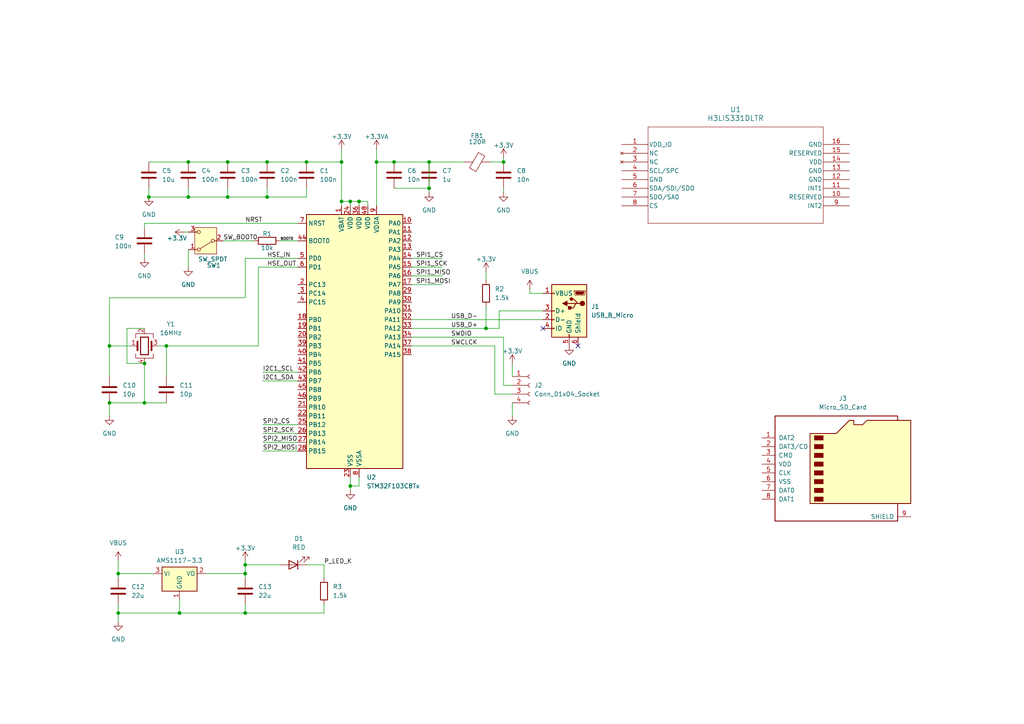
<source format=kicad_sch>
(kicad_sch (version 20231120) (generator "eeschema") (generator_version "8.0")
  (paper "A4")
  (lib_symbols
    (symbol "2024-11-27_00-46-16:H3LIS331DLTR" (pin_names (offset 0.254))
      (property "Reference" "U" (at 33.02 10.16 0))
      (property "Value" "H3LIS331DLTR" (at 33.02 7.62 0))
      (symbol "H3LIS331DLTR_0_1"
        (polyline (pts (xy 7.62 -22.86) (xy 58.42 -22.86)) (stroke (width 0.127)))
        (polyline (pts (xy 7.62 5.08) (xy 7.62 -22.86)) (stroke (width 0.127)))
        (polyline (pts (xy 58.42 -22.86) (xy 58.42 5.08)) (stroke (width 0.127)))
        (polyline (pts (xy 58.42 5.08) (xy 7.62 5.08)) (stroke (width 0.127)))
        (pin power_in line (at 0 0 0) (length 7.62) (name "VDD_IO") (number "1"))
        (pin power_out line (at 66.04 -15.24 180) (length 7.62) (name "RESERVED") (number "10"))
        (pin output line (at 66.04 -12.7 180) (length 7.62) (name "INT1") (number "11"))
        (pin power_out line (at 66.04 -10.16 180) (length 7.62) (name "GND") (number "12"))
        (pin power_out line (at 66.04 -7.62 180) (length 7.62) (name "GND") (number "13"))
        (pin power_in line (at 66.04 -5.08 180) (length 7.62) (name "VDD") (number "14"))
        (pin power_out line (at 66.04 -2.54 180) (length 7.62) (name "RESERVED") (number "15"))
        (pin power_out line (at 66.04 0 180) (length 7.62) (name "GND") (number "16"))
        (pin no_connect line (at 0 -2.54 0) (length 7.62) (name "NC") (number "2"))
        (pin no_connect line (at 0 -5.08 0) (length 7.62) (name "NC") (number "3"))
        (pin bidirectional line (at 0 -7.62 0) (length 7.62) (name "SCL/SPC") (number "4"))
        (pin power_out line (at 0 -10.16 0) (length 7.62) (name "GND") (number "5"))
        (pin bidirectional line (at 0 -12.7 0) (length 7.62) (name "SDA/SDI/SDO") (number "6"))
        (pin bidirectional line (at 0 -15.24 0) (length 7.62) (name "SDO/SA0") (number "7"))
        (pin input line (at 0 -17.78 0) (length 7.62) (name "CS") (number "8"))
        (pin output line (at 66.04 -17.78 180) (length 7.62) (name "INT2") (number "9"))
      )
    )
    (symbol "Connector:Conn_01x04_Socket" (pin_names (offset 1.016) hide)
      (property "Reference" "J" (at 0 5.08 0))
      (property "Value" "Conn_01x04_Socket" (at 0 -7.62 0))
      (symbol "Conn_01x04_Socket_1_1"
        (arc (start 0 -4.572) (mid -0.5058 -5.08) (end 0 -5.588) (stroke (width 0.1524)))
        (arc (start 0 -2.032) (mid -0.5058 -2.54) (end 0 -3.048) (stroke (width 0.1524)))
        (polyline (pts (xy -1.27 -5.08) (xy -0.508 -5.08)) (stroke (width 0.1524)))
        (polyline (pts (xy -1.27 -2.54) (xy -0.508 -2.54)) (stroke (width 0.1524)))
        (polyline (pts (xy -1.27 0) (xy -0.508 0)) (stroke (width 0.1524)))
        (polyline (pts (xy -1.27 2.54) (xy -0.508 2.54)) (stroke (width 0.1524)))
        (arc (start 0 0.508) (mid -0.5058 0) (end 0 -0.508) (stroke (width 0.1524)))
        (arc (start 0 3.048) (mid -0.5058 2.54) (end 0 2.032) (stroke (width 0.1524)))
        (pin passive line (at -5.08 2.54 0) (length 3.81) (name "Pin_1") (number "1"))
        (pin passive line (at -5.08 0 0) (length 3.81) (name "Pin_2") (number "2"))
        (pin passive line (at -5.08 -2.54 0) (length 3.81) (name "Pin_3") (number "3"))
        (pin passive line (at -5.08 -5.08 0) (length 3.81) (name "Pin_4") (number "4"))
      )
    )
    (symbol "Connector:Micro_SD_Card" (pin_names (offset 1.016))
      (property "Reference" "J" (at -16.51 15.24 0))
      (property "Value" "Micro_SD_Card" (at 16.51 15.24 0))
      (symbol "Micro_SD_Card_0_1"
        (rectangle (start -7.62 -9.525) (end -5.08 -10.795) (fill (type outline)))
        (rectangle (start -7.62 -6.985) (end -5.08 -8.255) (fill (type outline)))
        (rectangle (start -7.62 -4.445) (end -5.08 -5.715) (fill (type outline)))
        (rectangle (start -7.62 -1.905) (end -5.08 -3.175) (fill (type outline)))
        (rectangle (start -7.62 0.635) (end -5.08 -0.635) (fill (type outline)))
        (rectangle (start -7.62 3.175) (end -5.08 1.905) (fill (type outline)))
        (rectangle (start -7.62 5.715) (end -5.08 4.445) (fill (type outline)))
        (rectangle (start -7.62 8.255) (end -5.08 6.985) (fill (type outline)))
        (polyline (pts (xy 16.51 12.7) (xy 16.51 13.97) (xy -19.05 13.97) (xy -19.05 -16.51) (xy 16.51 -16.51) (xy 16.51 -11.43)) (stroke (width 0.254)))
        (polyline (pts (xy -8.89 -11.43) (xy -8.89 8.89) (xy -1.27 8.89) (xy 2.54 12.7) (xy 3.81 12.7) (xy 3.81 11.43) (xy 6.35 11.43) (xy 7.62 12.7) (xy 20.32 12.7) (xy 20.32 -11.43) (xy -8.89 -11.43)) (stroke (width 0.254)) (fill (type background)))
      )
      (symbol "Micro_SD_Card_1_1"
        (pin bidirectional line (at -22.86 7.62 0) (length 3.81) (name "DAT2") (number "1"))
        (pin bidirectional line (at -22.86 5.08 0) (length 3.81) (name "DAT3/CD") (number "2"))
        (pin input line (at -22.86 2.54 0) (length 3.81) (name "CMD") (number "3"))
        (pin power_in line (at -22.86 0 0) (length 3.81) (name "VDD") (number "4"))
        (pin input line (at -22.86 -2.54 0) (length 3.81) (name "CLK") (number "5"))
        (pin power_in line (at -22.86 -5.08 0) (length 3.81) (name "VSS") (number "6"))
        (pin bidirectional line (at -22.86 -7.62 0) (length 3.81) (name "DAT0") (number "7"))
        (pin bidirectional line (at -22.86 -10.16 0) (length 3.81) (name "DAT1") (number "8"))
        (pin passive line (at 20.32 -15.24 180) (length 3.81) (name "SHIELD") (number "9"))
      )
    )
    (symbol "Connector:USB_B_Micro" (pin_names (offset 1.016))
      (property "Reference" "J" (at -5.08 11.43 0))
      (property "Value" "USB_B_Micro" (at -5.08 8.89 0))
      (symbol "USB_B_Micro_0_1"
        (rectangle (start -5.08 -7.62) (end 5.08 7.62) (stroke (width 0.254)) (fill (type background)))
        (circle (center -3.81 2.159) (radius 0.635) (stroke (width 0.254)) (fill (type outline)))
        (circle (center -0.635 3.429) (radius 0.381) (stroke (width 0.254)) (fill (type outline)))
        (rectangle (start -0.127 -7.62) (end 0.127 -6.858))
        (polyline (pts (xy -1.905 2.159) (xy 0.635 2.159)) (stroke (width 0.254)))
        (polyline (pts (xy -3.175 2.159) (xy -2.54 2.159) (xy -1.27 3.429) (xy -0.635 3.429)) (stroke (width 0.254)))
        (polyline (pts (xy -2.54 2.159) (xy -1.905 2.159) (xy -1.27 0.889) (xy 0 0.889)) (stroke (width 0.254)))
        (polyline (pts (xy 0.635 2.794) (xy 0.635 1.524) (xy 1.905 2.159) (xy 0.635 2.794)) (stroke (width 0.254)) (fill (type outline)))
        (polyline (pts (xy -4.318 5.588) (xy -1.778 5.588) (xy -2.032 4.826) (xy -4.064 4.826) (xy -4.318 5.588)) (fill (type outline)))
        (polyline (pts (xy -4.699 5.842) (xy -4.699 5.588) (xy -4.445 4.826) (xy -4.445 4.572) (xy -1.651 4.572) (xy -1.651 4.826) (xy -1.397 5.588) (xy -1.397 5.842) (xy -4.699 5.842)))
        (rectangle (start 0.254 1.27) (end -0.508 0.508) (stroke (width 0.254)) (fill (type outline)))
        (rectangle (start 5.08 -5.207) (end 4.318 -4.953))
        (rectangle (start 5.08 -2.667) (end 4.318 -2.413))
        (rectangle (start 5.08 -0.127) (end 4.318 0.127))
        (rectangle (start 5.08 4.953) (end 4.318 5.207))
      )
      (symbol "USB_B_Micro_1_1"
        (pin power_out line (at 7.62 5.08 180) (length 2.54) (name "VBUS") (number "1"))
        (pin bidirectional line (at 7.62 -2.54 180) (length 2.54) (name "D-") (number "2"))
        (pin bidirectional line (at 7.62 0 180) (length 2.54) (name "D+") (number "3"))
        (pin passive line (at 7.62 -5.08 180) (length 2.54) (name "ID") (number "4"))
        (pin power_out line (at 0 -10.16 90) (length 2.54) (name "GND") (number "5"))
        (pin passive line (at -2.54 -10.16 90) (length 2.54) (name "Shield") (number "6"))
      )
    )
    (symbol "Device:C" (pin_numbers hide) (pin_names (offset 0.254))
      (property "Reference" "C" (at 0.635 2.54 0))
      (property "Value" "C" (at 0.635 -2.54 0))
      (symbol "C_0_1"
        (polyline (pts (xy -2.032 -0.762) (xy 2.032 -0.762)) (stroke (width 0.508)))
        (polyline (pts (xy -2.032 0.762) (xy 2.032 0.762)) (stroke (width 0.508)))
      )
      (symbol "C_1_1"
        (pin passive line (at 0 3.81 270) (length 2.794) (name "~") (number "1"))
        (pin passive line (at 0 -3.81 90) (length 2.794) (name "~") (number "2"))
      )
    )
    (symbol "Device:Crystal_GND24" (pin_names (offset 1.016) hide)
      (property "Reference" "Y" (at 3.175 5.08 0))
      (property "Value" "Crystal_GND24" (at 3.175 3.175 0))
      (symbol "Crystal_GND24_0_1"
        (rectangle (start -1.143 2.54) (end 1.143 -2.54) (stroke (width 0.3048)))
        (polyline (pts (xy -2.54 0) (xy -2.032 0)))
        (polyline (pts (xy -2.032 -1.27) (xy -2.032 1.27)) (stroke (width 0.508)))
        (polyline (pts (xy 0 -3.81) (xy 0 -3.556)))
        (polyline (pts (xy 0 3.556) (xy 0 3.81)))
        (polyline (pts (xy 2.032 -1.27) (xy 2.032 1.27)) (stroke (width 0.508)))
        (polyline (pts (xy 2.032 0) (xy 2.54 0)))
        (polyline (pts (xy -2.54 -2.286) (xy -2.54 -3.556) (xy 2.54 -3.556) (xy 2.54 -2.286)))
        (polyline (pts (xy -2.54 2.286) (xy -2.54 3.556) (xy 2.54 3.556) (xy 2.54 2.286)))
      )
      (symbol "Crystal_GND24_1_1"
        (pin passive line (at -3.81 0 0) (length 1.27) (name "1") (number "1"))
        (pin passive line (at 0 5.08 270) (length 1.27) (name "2") (number "2"))
        (pin passive line (at 3.81 0 180) (length 1.27) (name "3") (number "3"))
        (pin passive line (at 0 -5.08 90) (length 1.27) (name "4") (number "4"))
      )
    )
    (symbol "Device:FerriteBead" (pin_numbers hide) (pin_names (offset 0))
      (property "Reference" "FB" (at -3.81 0.635 90))
      (property "Value" "FerriteBead" (at 3.81 0 90))
      (symbol "FerriteBead_0_1"
        (polyline (pts (xy 0 -1.27) (xy 0 -1.2192)))
        (polyline (pts (xy 0 1.27) (xy 0 1.2954)))
        (polyline (pts (xy -2.7686 0.4064) (xy -1.7018 2.2606) (xy 2.7686 -0.3048) (xy 1.6764 -2.159) (xy -2.7686 0.4064)))
      )
      (symbol "FerriteBead_1_1"
        (pin passive line (at 0 3.81 270) (length 2.54) (name "~") (number "1"))
        (pin passive line (at 0 -3.81 90) (length 2.54) (name "~") (number "2"))
      )
    )
    (symbol "Device:LED" (pin_numbers hide) (pin_names (offset 1.016) hide)
      (property "Reference" "D" (at 0 2.54 0))
      (property "Value" "LED" (at 0 -2.54 0))
      (symbol "LED_0_1"
        (polyline (pts (xy -1.27 -1.27) (xy -1.27 1.27)) (stroke (width 0.254)))
        (polyline (pts (xy -1.27 0) (xy 1.27 0)))
        (polyline (pts (xy 1.27 -1.27) (xy 1.27 1.27) (xy -1.27 0) (xy 1.27 -1.27)) (stroke (width 0.254)))
        (polyline (pts (xy -3.048 -0.762) (xy -4.572 -2.286) (xy -3.81 -2.286) (xy -4.572 -2.286) (xy -4.572 -1.524)))
        (polyline (pts (xy -1.778 -0.762) (xy -3.302 -2.286) (xy -2.54 -2.286) (xy -3.302 -2.286) (xy -3.302 -1.524)))
      )
      (symbol "LED_1_1"
        (pin passive line (at -3.81 0 0) (length 2.54) (name "K") (number "1"))
        (pin passive line (at 3.81 0 180) (length 2.54) (name "A") (number "2"))
      )
    )
    (symbol "Device:R" (pin_numbers hide) (pin_names (offset 0))
      (property "Reference" "R" (at 2.032 0 90))
      (property "Value" "R" (at 0 0 90))
      (symbol "R_0_1"
        (rectangle (start -1.016 -2.54) (end 1.016 2.54) (stroke (width 0.254)))
      )
      (symbol "R_1_1"
        (pin passive line (at 0 3.81 270) (length 1.27) (name "~") (number "1"))
        (pin passive line (at 0 -3.81 90) (length 1.27) (name "~") (number "2"))
      )
    )
    (symbol "MCU_ST_STM32F1:STM32F103C8Tx"
      (property "Reference" "U" (at -12.7 39.37 0))
      (property "Value" "STM32F103C8Tx" (at 10.16 39.37 0))
      (symbol "STM32F103C8Tx_0_1"
        (rectangle (start -12.7 -35.56) (end 15.24 38.1) (stroke (width 0.254)) (fill (type background)))
      )
      (symbol "STM32F103C8Tx_1_1"
        (pin power_in line (at -2.54 40.64 270) (length 2.54) (name "VBAT") (number "1"))
        (pin bidirectional line (at 17.78 35.56 180) (length 2.54) (name "PA0") (number "10"))
        (pin bidirectional line (at 17.78 33.02 180) (length 2.54) (name "PA1") (number "11"))
        (pin bidirectional line (at 17.78 30.48 180) (length 2.54) (name "PA2") (number "12"))
        (pin bidirectional line (at 17.78 27.94 180) (length 2.54) (name "PA3") (number "13"))
        (pin bidirectional line (at 17.78 25.4 180) (length 2.54) (name "PA4") (number "14"))
        (pin bidirectional line (at 17.78 22.86 180) (length 2.54) (name "PA5") (number "15"))
        (pin bidirectional line (at 17.78 20.32 180) (length 2.54) (name "PA6") (number "16"))
        (pin bidirectional line (at 17.78 17.78 180) (length 2.54) (name "PA7") (number "17"))
        (pin bidirectional line (at -15.24 7.62 0) (length 2.54) (name "PB0") (number "18"))
        (pin bidirectional line (at -15.24 5.08 0) (length 2.54) (name "PB1") (number "19"))
        (pin bidirectional line (at -15.24 17.78 0) (length 2.54) (name "PC13") (number "2"))
        (pin bidirectional line (at -15.24 2.54 0) (length 2.54) (name "PB2") (number "20"))
        (pin bidirectional line (at -15.24 -17.78 0) (length 2.54) (name "PB10") (number "21"))
        (pin bidirectional line (at -15.24 -20.32 0) (length 2.54) (name "PB11") (number "22"))
        (pin power_in line (at 0 -38.1 90) (length 2.54) (name "VSS") (number "23"))
        (pin power_in line (at 0 40.64 270) (length 2.54) (name "VDD") (number "24"))
        (pin bidirectional line (at -15.24 -22.86 0) (length 2.54) (name "PB12") (number "25"))
        (pin bidirectional line (at -15.24 -25.4 0) (length 2.54) (name "PB13") (number "26"))
        (pin bidirectional line (at -15.24 -27.94 0) (length 2.54) (name "PB14") (number "27"))
        (pin bidirectional line (at -15.24 -30.48 0) (length 2.54) (name "PB15") (number "28"))
        (pin bidirectional line (at 17.78 15.24 180) (length 2.54) (name "PA8") (number "29"))
        (pin bidirectional line (at -15.24 15.24 0) (length 2.54) (name "PC14") (number "3"))
        (pin bidirectional line (at 17.78 12.7 180) (length 2.54) (name "PA9") (number "30"))
        (pin bidirectional line (at 17.78 10.16 180) (length 2.54) (name "PA10") (number "31"))
        (pin bidirectional line (at 17.78 7.62 180) (length 2.54) (name "PA11") (number "32"))
        (pin bidirectional line (at 17.78 5.08 180) (length 2.54) (name "PA12") (number "33"))
        (pin bidirectional line (at 17.78 2.54 180) (length 2.54) (name "PA13") (number "34"))
        (pin passive line (at 0 -38.1 90) (length 2.54) hide (name "VSS") (number "35"))
        (pin power_in line (at 2.54 40.64 270) (length 2.54) (name "VDD") (number "36"))
        (pin bidirectional line (at 17.78 0 180) (length 2.54) (name "PA14") (number "37"))
        (pin bidirectional line (at 17.78 -2.54 180) (length 2.54) (name "PA15") (number "38"))
        (pin bidirectional line (at -15.24 0 0) (length 2.54) (name "PB3") (number "39"))
        (pin bidirectional line (at -15.24 12.7 0) (length 2.54) (name "PC15") (number "4"))
        (pin bidirectional line (at -15.24 -2.54 0) (length 2.54) (name "PB4") (number "40"))
        (pin bidirectional line (at -15.24 -5.08 0) (length 2.54) (name "PB5") (number "41"))
        (pin bidirectional line (at -15.24 -7.62 0) (length 2.54) (name "PB6") (number "42"))
        (pin bidirectional line (at -15.24 -10.16 0) (length 2.54) (name "PB7") (number "43"))
        (pin input line (at -15.24 30.48 0) (length 2.54) (name "BOOT0") (number "44"))
        (pin bidirectional line (at -15.24 -12.7 0) (length 2.54) (name "PB8") (number "45"))
        (pin bidirectional line (at -15.24 -15.24 0) (length 2.54) (name "PB9") (number "46"))
        (pin passive line (at 0 -38.1 90) (length 2.54) hide (name "VSS") (number "47"))
        (pin power_in line (at 5.08 40.64 270) (length 2.54) (name "VDD") (number "48"))
        (pin bidirectional line (at -15.24 25.4 0) (length 2.54) (name "PD0") (number "5"))
        (pin bidirectional line (at -15.24 22.86 0) (length 2.54) (name "PD1") (number "6"))
        (pin input line (at -15.24 35.56 0) (length 2.54) (name "NRST") (number "7"))
        (pin power_in line (at 2.54 -38.1 90) (length 2.54) (name "VSSA") (number "8"))
        (pin power_in line (at 7.62 40.64 270) (length 2.54) (name "VDDA") (number "9"))
      )
    )
    (symbol "Regulator_Linear:AMS1117-3.3"
      (property "Reference" "U" (at -3.81 3.175 0))
      (property "Value" "AMS1117-3.3" (at 0 3.175 0))
      (symbol "AMS1117-3.3_0_1"
        (rectangle (start -5.08 -5.08) (end 5.08 1.905) (stroke (width 0.254)) (fill (type background)))
      )
      (symbol "AMS1117-3.3_1_1"
        (pin power_in line (at 0 -7.62 90) (length 2.54) (name "GND") (number "1"))
        (pin power_out line (at 7.62 0 180) (length 2.54) (name "VO") (number "2"))
        (pin power_in line (at -7.62 0 0) (length 2.54) (name "VI") (number "3"))
      )
    )
    (symbol "Switch:SW_SPDT" (pin_names (offset 0) hide)
      (property "Reference" "SW" (at 0 5.08 0))
      (property "Value" "SW_SPDT" (at 0 -5.08 0))
      (symbol "SW_SPDT_0_1"
        (circle (center -2.032 0) (radius 0.4572))
        (polyline (pts (xy -1.651 0.254) (xy 1.651 2.286)))
        (circle (center 2.032 -2.54) (radius 0.4572))
        (circle (center 2.032 2.54) (radius 0.4572))
      )
      (symbol "SW_SPDT_1_1"
        (rectangle (start -3.175 3.81) (end 3.175 -3.81) (fill (type background)))
        (pin passive line (at 5.08 2.54 180) (length 2.54) (name "A") (number "1"))
        (pin passive line (at -5.08 0 0) (length 2.54) (name "B") (number "2"))
        (pin passive line (at 5.08 -2.54 180) (length 2.54) (name "C") (number "3"))
      )
    )
    (symbol "power:+3.3V" (power) (pin_numbers hide) (pin_names (offset 0) hide)
      (property "Value" "+3.3V" (at 0 3.556 0))
      (symbol "+3.3V_0_1"
        (polyline (pts (xy -0.762 1.27) (xy 0 2.54)))
        (polyline (pts (xy 0 0) (xy 0 2.54)))
        (polyline (pts (xy 0 2.54) (xy 0.762 1.27)))
      )
      (symbol "+3.3V_1_1"
        (pin power_in line (at 0 0 90) (length 0) (name "~") (number "1"))
      )
    )
    (symbol "power:GND" (power) (pin_numbers hide) (pin_names (offset 0) hide)
      (property "Value" "GND" (at 0 -3.81 0))
      (symbol "GND_0_1"
        (polyline (pts (xy 0 0) (xy 0 -1.27) (xy 1.27 -1.27) (xy 0 -2.54) (xy -1.27 -1.27) (xy 0 -1.27)))
      )
      (symbol "GND_1_1"
        (pin power_in line (at 0 0 270) (length 0) (name "~") (number "1"))
      )
    )
    (symbol "power:VBUS" (power) (pin_numbers hide) (pin_names (offset 0) hide)
      (property "Value" "VBUS" (at 0 3.556 0))
      (symbol "VBUS_0_1"
        (polyline (pts (xy -0.762 1.27) (xy 0 2.54)))
        (polyline (pts (xy 0 0) (xy 0 2.54)))
        (polyline (pts (xy 0 2.54) (xy 0.762 1.27)))
      )
      (symbol "VBUS_1_1"
        (pin power_in line (at 0 0 90) (length 0) (name "~") (number "1"))
      )
    )
  )
  (junction (at 71.12 177.8))
  (junction (at 146.05 46.99))
  (junction (at 77.47 57.15))
  (junction (at 104.14 58.42))
  (junction (at 71.12 163.83))
  (junction (at 109.22 46.99))
  (junction (at 124.46 46.99))
  (junction (at 88.9 46.99))
  (junction (at 48.26 100.33))
  (junction (at 41.91 116.84))
  (junction (at 140.97 95.25))
  (junction (at 66.04 46.99))
  (junction (at 77.47 46.99))
  (junction (at 101.6 140.97))
  (junction (at 124.46 54.61))
  (junction (at 52.07 177.8))
  (junction (at 101.6 58.42))
  (junction (at 66.04 57.15))
  (junction (at 114.3 46.99))
  (junction (at 41.91 105.41))
  (junction (at 54.61 57.15))
  (junction (at 31.75 116.84))
  (junction (at 34.29 166.37))
  (junction (at 71.12 166.37))
  (junction (at 43.18 57.15))
  (junction (at 99.06 58.42))
  (junction (at 99.06 46.99))
  (junction (at 34.29 177.8))
  (junction (at 31.75 100.33))
  (junction (at 54.61 46.99))
  (no_connect (at 157.48 95.25))
  (no_connect (at 167.64 100.33))
  (wire (pts (xy 93.98 175.26) (xy 93.98 177.8)))
  (wire (pts (xy 71.12 162.56) (xy 71.12 163.83)))
  (wire (pts (xy 38.1 100.33) (xy 31.75 100.33)))
  (wire (pts (xy 41.91 64.77) (xy 41.91 66.04)))
  (wire (pts (xy 34.29 177.8) (xy 52.07 177.8)))
  (wire (pts (xy 88.9 163.83) (xy 93.98 163.83)))
  (wire (pts (xy 143.51 114.3) (xy 148.59 114.3)))
  (wire (pts (xy 146.05 111.76) (xy 146.05 97.79)))
  (wire (pts (xy 140.97 78.74) (xy 140.97 81.28)))
  (wire (pts (xy 119.38 74.93) (xy 128.27 74.93)))
  (wire (pts (xy 101.6 58.42) (xy 104.14 58.42)))
  (wire (pts (xy 31.75 116.84) (xy 31.75 120.65)))
  (wire (pts (xy 148.59 111.76) (xy 146.05 111.76)))
  (wire (pts (xy 71.12 177.8) (xy 71.12 175.26)))
  (wire (pts (xy 124.46 54.61) (xy 124.46 55.88)))
  (wire (pts (xy 119.38 82.55) (xy 128.27 82.55)))
  (wire (pts (xy 36.83 105.41) (xy 41.91 105.41)))
  (wire (pts (xy 101.6 58.42) (xy 101.6 59.69)))
  (wire (pts (xy 114.3 46.99) (xy 124.46 46.99)))
  (wire (pts (xy 101.6 142.24) (xy 101.6 140.97)))
  (wire (pts (xy 119.38 77.47) (xy 128.27 77.47)))
  (wire (pts (xy 93.98 163.83) (xy 93.98 167.64)))
  (wire (pts (xy 74.93 77.47) (xy 86.36 77.47)))
  (wire (pts (xy 41.91 64.77) (xy 86.36 64.77)))
  (wire (pts (xy 71.12 163.83) (xy 71.12 166.37)))
  (wire (pts (xy 157.48 90.17) (xy 144.78 90.17)))
  (wire (pts (xy 99.06 43.18) (xy 99.06 46.99)))
  (wire (pts (xy 76.2 107.95) (xy 86.36 107.95)))
  (wire (pts (xy 54.61 46.99) (xy 66.04 46.99)))
  (wire (pts (xy 93.98 177.8) (xy 71.12 177.8)))
  (wire (pts (xy 48.26 100.33) (xy 74.93 100.33)))
  (wire (pts (xy 119.38 80.01) (xy 128.27 80.01)))
  (wire (pts (xy 99.06 58.42) (xy 99.06 59.69)))
  (wire (pts (xy 41.91 116.84) (xy 41.91 105.41)))
  (wire (pts (xy 76.2 110.49) (xy 86.36 110.49)))
  (wire (pts (xy 81.28 69.85) (xy 86.36 69.85)))
  (wire (pts (xy 109.22 46.99) (xy 114.3 46.99)))
  (wire (pts (xy 140.97 88.9) (xy 140.97 95.25)))
  (wire (pts (xy 64.77 69.85) (xy 73.66 69.85)))
  (wire (pts (xy 77.47 46.99) (xy 88.9 46.99)))
  (wire (pts (xy 54.61 72.39) (xy 54.61 77.47)))
  (wire (pts (xy 119.38 100.33) (xy 143.51 100.33)))
  (wire (pts (xy 99.06 46.99) (xy 99.06 58.42)))
  (wire (pts (xy 106.68 58.42) (xy 106.68 59.69)))
  (wire (pts (xy 109.22 46.99) (xy 109.22 59.69)))
  (wire (pts (xy 148.59 116.84) (xy 148.59 120.65)))
  (wire (pts (xy 41.91 95.25) (xy 36.83 95.25)))
  (wire (pts (xy 88.9 46.99) (xy 99.06 46.99)))
  (wire (pts (xy 76.2 130.81) (xy 86.36 130.81)))
  (wire (pts (xy 146.05 54.61) (xy 146.05 55.88)))
  (wire (pts (xy 43.18 46.99) (xy 54.61 46.99)))
  (wire (pts (xy 148.59 105.41) (xy 148.59 109.22)))
  (wire (pts (xy 52.07 177.8) (xy 52.07 173.99)))
  (wire (pts (xy 48.26 100.33) (xy 48.26 109.22)))
  (wire (pts (xy 71.12 166.37) (xy 71.12 167.64)))
  (wire (pts (xy 41.91 73.66) (xy 41.91 74.93)))
  (wire (pts (xy 43.18 54.61) (xy 43.18 57.15)))
  (wire (pts (xy 41.91 116.84) (xy 48.26 116.84)))
  (wire (pts (xy 140.97 95.25) (xy 144.78 95.25)))
  (wire (pts (xy 71.12 86.36) (xy 71.12 74.93)))
  (wire (pts (xy 31.75 100.33) (xy 31.75 109.22)))
  (wire (pts (xy 88.9 57.15) (xy 88.9 54.61)))
  (wire (pts (xy 104.14 58.42) (xy 106.68 58.42)))
  (wire (pts (xy 59.69 166.37) (xy 71.12 166.37)))
  (wire (pts (xy 77.47 54.61) (xy 77.47 57.15)))
  (wire (pts (xy 119.38 95.25) (xy 140.97 95.25)))
  (wire (pts (xy 76.2 125.73) (xy 86.36 125.73)))
  (wire (pts (xy 124.46 46.99) (xy 124.46 54.61)))
  (wire (pts (xy 124.46 46.99) (xy 134.62 46.99)))
  (wire (pts (xy 34.29 166.37) (xy 44.45 166.37)))
  (wire (pts (xy 36.83 95.25) (xy 36.83 105.41)))
  (wire (pts (xy 53.34 67.31) (xy 54.61 67.31)))
  (wire (pts (xy 45.72 100.33) (xy 48.26 100.33)))
  (wire (pts (xy 31.75 86.36) (xy 71.12 86.36)))
  (wire (pts (xy 34.29 162.56) (xy 34.29 166.37)))
  (wire (pts (xy 71.12 163.83) (xy 81.28 163.83)))
  (wire (pts (xy 143.51 100.33) (xy 143.51 114.3)))
  (wire (pts (xy 104.14 58.42) (xy 104.14 59.69)))
  (wire (pts (xy 114.3 54.61) (xy 124.46 54.61)))
  (wire (pts (xy 66.04 57.15) (xy 77.47 57.15)))
  (wire (pts (xy 34.29 177.8) (xy 34.29 180.34)))
  (wire (pts (xy 76.2 128.27) (xy 86.36 128.27)))
  (wire (pts (xy 31.75 116.84) (xy 41.91 116.84)))
  (wire (pts (xy 54.61 57.15) (xy 66.04 57.15)))
  (wire (pts (xy 99.06 58.42) (xy 101.6 58.42)))
  (wire (pts (xy 43.18 57.15) (xy 54.61 57.15)))
  (wire (pts (xy 77.47 57.15) (xy 88.9 57.15)))
  (wire (pts (xy 74.93 100.33) (xy 74.93 77.47)))
  (wire (pts (xy 66.04 54.61) (xy 66.04 57.15)))
  (wire (pts (xy 34.29 175.26) (xy 34.29 177.8)))
  (wire (pts (xy 101.6 138.43) (xy 101.6 140.97)))
  (wire (pts (xy 119.38 92.71) (xy 157.48 92.71)))
  (wire (pts (xy 144.78 90.17) (xy 144.78 95.25)))
  (wire (pts (xy 54.61 54.61) (xy 54.61 57.15)))
  (wire (pts (xy 34.29 166.37) (xy 34.29 167.64)))
  (wire (pts (xy 31.75 100.33) (xy 31.75 86.36)))
  (wire (pts (xy 146.05 45.72) (xy 146.05 46.99)))
  (wire (pts (xy 142.24 46.99) (xy 146.05 46.99)))
  (wire (pts (xy 76.2 123.19) (xy 86.36 123.19)))
  (wire (pts (xy 104.14 140.97) (xy 104.14 138.43)))
  (wire (pts (xy 153.67 85.09) (xy 157.48 85.09)))
  (wire (pts (xy 101.6 140.97) (xy 104.14 140.97)))
  (wire (pts (xy 71.12 74.93) (xy 86.36 74.93)))
  (wire (pts (xy 66.04 46.99) (xy 77.47 46.99)))
  (wire (pts (xy 153.67 83.82) (xy 153.67 85.09)))
  (wire (pts (xy 119.38 97.79) (xy 146.05 97.79)))
  (wire (pts (xy 109.22 43.18) (xy 109.22 46.99)))
  (wire (pts (xy 52.07 177.8) (xy 71.12 177.8)))
  (label "USB_D+" (at 130.81 95.25 0))
  (label "I2C1_SCL" (at 76.2 107.95 0))
  (label "USB_D-" (at 130.81 92.71 0))
  (label "SWCLCK" (at 130.81 100.33 0))
  (label "SWDIO" (at 130.81 97.79 0))
  (label "SPI2_SCK" (at 76.2 125.73 0))
  (label "SPI1_SCK" (at 120.65 77.47 0))
  (label "SPI1_CS" (at 120.65 74.93 0))
  (label "SPI2_CS" (at 76.2 123.19 0))
  (label "SPI2_MOSI" (at 76.2 130.81 0))
  (label "P_LED_K" (at 93.98 163.83 0))
  (label "SPI1_MOSI" (at 120.65 82.55 0))
  (label "BOOT0" (at 81.28 69.85 0) (effects (font (size 0.762 0.762))))
  (label "SPI2_MISO" (at 76.2 128.27 0))
  (label "SW_BOOT0" (at 64.77 69.85 0))
  (label "NRST" (at 71.12 64.77 0))
  (label "I2C1_SDA" (at 76.2 110.49 0))
  (label "HSE_IN" (at 77.47 74.93 0))
  (label "HSE_OUT" (at 77.47 77.47 0))
  (label "SPI1_MISO" (at 120.65 80.01 0))
  (symbol (lib_id "power:+3.3V") (at 53.34 67.31 90) (unit 1)
    (property "Reference" "#PWR010" (effects (hide yes)))
    (property "Value" "+3.3V" (at 51.308 69.088 90))
    (property "Description" "Power symbol creates a global label with name \"+3.3V\"" (effects (hide yes)))
  )
  (symbol (lib_id "power:+3.3V") (at 99.06 43.18 0) (unit 1)
    (property "Reference" "#PWR02" (effects (hide yes)))
    (property "Value" "+3.3V" (at 99.06 39.624 0))
    (property "Description" "Power symbol creates a global label with name \"+3.3V\"" (effects (hide yes)))
  )
  (symbol (lib_id "power:+3.3V") (at 146.05 45.72 0) (unit 1)
    (property "Reference" "#PWR05" (effects (hide yes)))
    (property "Value" "+3.3V" (at 146.05 42.164 0))
    (property "Description" "Power symbol creates a global label with name \"+3.3V\"" (effects (hide yes)))
  )
  (symbol (lib_id "Device:FerriteBead") (at 138.43 46.99 90) (unit 1)
    (property "Reference" "FB1" (at 138.3792 39.37 90))
    (property "Value" "120R" (at 138.43 41.148 90))
    (property "Description" "Ferrite bead" (effects (hide yes)))
  )
  (symbol (lib_id "power:VBUS") (at 153.67 83.82 0) (unit 1)
    (property "Reference" "#PWR013" (effects (hide yes)))
    (property "Value" "VBUS" (at 153.67 78.74 0))
    (property "Description" "Power symbol creates a global label with name \"VBUS\"" (effects (hide yes)))
  )
  (symbol (lib_id "Device:C") (at 88.9 50.8 0) (unit 1)
    (property "Reference" "C1" (at 92.71 49.5299 0) (effects (justify left)))
    (property "Value" "100n" (at 92.71 52.0699 0) (effects (justify left)))
    (property "Description" "Unpolarized capacitor" (effects (hide yes)))
  )
  (symbol (lib_id "Connector:Conn_01x04_Socket") (at 153.67 111.76 0) (unit 1)
    (property "Reference" "J2" (at 154.94 111.7599 0) (effects (justify left)))
    (property "Value" "Conn_01x04_Socket" (at 154.94 114.2999 0) (effects (justify left)))
    (property "Description" "Generic connector, single row, 01x04, script generated" (effects (hide yes)))
  )
  (symbol (lib_id "Regulator_Linear:AMS1117-3.3") (at 52.07 166.37 0) (unit 1)
    (property "Reference" "U3" (at 52.07 160.02 0))
    (property "Value" "AMS1117-3.3" (at 52.07 162.56 0))
    (property "Footprint" "Package_TO_SOT_SMD:SOT-223-3_TabPin2" (effects (hide yes)))
    (property "Datasheet" "http://www.advanced-monolithic.com/pdf/ds1117.pdf" (effects (hide yes)))
    (property "Description" "1A Low Dropout regulator, positive, 3.3V fixed output, SOT-223" (effects (hide yes)))
  )
  (symbol (lib_id "power:VBUS") (at 34.29 162.56 0) (unit 1)
    (property "Reference" "#PWR017" (effects (hide yes)))
    (property "Value" "VBUS" (at 34.29 157.48 0))
    (property "Description" "Power symbol creates a global label with name \"VBUS\"" (effects (hide yes)))
  )
  (symbol (lib_id "power:GND") (at 41.91 74.93 0) (unit 1)
    (property "Reference" "#PWR08" (effects (hide yes)))
    (property "Value" "GND" (at 41.91 80.01 0))
    (property "Description" "Power symbol creates a global label with name \"GND\" , ground" (effects (hide yes)))
  )
  (symbol (lib_id "Device:C") (at 146.05 50.8 0) (unit 1)
    (property "Reference" "C8" (at 149.86 49.5299 0) (effects (justify left)))
    (property "Value" "10n" (at 149.86 52.0699 0) (effects (justify left)))
    (property "Description" "Unpolarized capacitor" (effects (hide yes)))
  )
  (symbol (lib_id "Device:C") (at 31.75 113.03 0) (unit 1)
    (property "Reference" "C10" (at 35.56 111.7599 0) (effects (justify left)))
    (property "Value" "10p" (at 35.56 114.2999 0) (effects (justify left)))
    (property "Description" "Unpolarized capacitor" (effects (hide yes)))
  )
  (symbol (lib_id "MCU_ST_STM32F1:STM32F103C8Tx") (at 101.6 100.33 0) (unit 1)
    (property "Reference" "U2" (at 106.3341 138.43 0) (effects (justify left)))
    (property "Value" "STM32F103C8Tx" (at 106.3341 140.97 0) (effects (justify left)))
    (property "Footprint" "Package_QFP:LQFP-48_7x7mm_P0.5mm" (effects (hide yes)))
    (property "Datasheet" "https://www.st.com/resource/en/datasheet/stm32f103c8.pdf" (effects (hide yes)))
    (property "Description" "STMicroelectronics Arm Cortex-M3 MCU, 64KB flash, 20KB RAM, 72 MHz, 2.0-3.6V, 37 GPIO, LQFP48" (effects (hide yes)))
  )
  (symbol (lib_id "Connector:Micro_SD_Card") (at 243.84 134.62 0) (unit 1)
    (property "Reference" "J3" (at 244.475 115.57 0))
    (property "Value" "Micro_SD_Card" (at 244.475 118.11 0))
    (property "Datasheet" "http://katalog.we-online.de/em/datasheet/693072010801.pdf" (effects (hide yes)))
    (property "Description" "Micro SD Card Socket" (effects (hide yes)))
  )
  (symbol (lib_id "2024-11-27_00-46-16:H3LIS331DLTR") (at 180.34 41.91 0) (unit 1)
    (property "Reference" "U1" (at 213.36 31.75 0) (effects (font (size 1.524 1.524))))
    (property "Value" "H3LIS331DLTR" (at 213.36 34.29 0) (effects (font (size 1.524 1.524))))
    (property "Footprint" "QFN_31DLTR_STM" (effects (hide yes)))
    (property "Datasheet" "H3LIS331DLTR" (effects (hide yes)))
  )
  (symbol (lib_id "power:GND") (at 31.75 120.65 0) (unit 1)
    (property "Reference" "#PWR011" (effects (hide yes)))
    (property "Value" "GND" (at 31.75 125.73 0))
    (property "Description" "Power symbol creates a global label with name \"GND\" , ground" (effects (hide yes)))
  )
  (symbol (lib_id "Device:C") (at 66.04 50.8 0) (unit 1)
    (property "Reference" "C3" (at 69.85 49.5299 0) (effects (justify left)))
    (property "Value" "100n" (at 69.85 52.0699 0) (effects (justify left)))
    (property "Description" "Unpolarized capacitor" (effects (hide yes)))
  )
  (symbol (lib_id "Device:C") (at 34.29 171.45 0) (unit 1)
    (property "Reference" "C12" (at 38.1 170.1799 0) (effects (justify left)))
    (property "Value" "22u" (at 38.1 172.7199 0) (effects (justify left)))
    (property "Description" "Unpolarized capacitor" (effects (hide yes)))
  )
  (symbol (lib_id "Device:C") (at 43.18 50.8 0) (unit 1)
    (property "Reference" "C5" (at 46.99 49.5299 0) (effects (justify left)))
    (property "Value" "10u" (at 46.99 52.0699 0) (effects (justify left)))
    (property "Description" "Unpolarized capacitor" (effects (hide yes)))
  )
  (symbol (lib_id "power:GND") (at 54.61 77.47 0) (unit 1)
    (property "Reference" "#PWR09" (effects (hide yes)))
    (property "Value" "GND" (at 54.61 82.55 0))
    (property "Description" "Power symbol creates a global label with name \"GND\" , ground" (effects (hide yes)))
  )
  (symbol (lib_id "power:GND") (at 101.6 142.24 0) (unit 1)
    (property "Reference" "#PWR01" (effects (hide yes)))
    (property "Value" "GND" (at 101.6 147.32 0))
    (property "Description" "Power symbol creates a global label with name \"GND\" , ground" (effects (hide yes)))
  )
  (symbol (lib_id "Device:C") (at 71.12 171.45 0) (unit 1)
    (property "Reference" "C13" (at 74.93 170.1799 0) (effects (justify left)))
    (property "Value" "22u" (at 74.93 172.7199 0) (effects (justify left)))
    (property "Description" "Unpolarized capacitor" (effects (hide yes)))
  )
  (symbol (lib_id "power:+3.3V") (at 109.22 43.18 0) (unit 1)
    (property "Reference" "#PWR04" (effects (hide yes)))
    (property "Value" "+3.3VA" (at 109.22 39.624 0))
    (property "Description" "Power symbol creates a global label with name \"+3.3V\"" (effects (hide yes)))
  )
  (symbol (lib_id "power:GND") (at 148.59 120.65 0) (unit 1)
    (property "Reference" "#PWR016" (effects (hide yes)))
    (property "Value" "GND" (at 148.59 125.73 0))
    (property "Description" "Power symbol creates a global label with name \"GND\" , ground" (effects (hide yes)))
  )
  (symbol (lib_id "Device:R") (at 140.97 85.09 0) (unit 1)
    (property "Reference" "R2" (at 143.51 83.8199 0) (effects (justify left)))
    (property "Value" "1.5k" (at 143.51 86.3599 0) (effects (justify left)))
    (property "Description" "Resistor" (effects (hide yes)))
  )
  (symbol (lib_id "Device:R") (at 77.47 69.85 90) (unit 1)
    (property "Reference" "R1" (at 77.47 67.818 90))
    (property "Value" "10k" (at 77.47 71.882 90))
    (property "Description" "Resistor" (effects (hide yes)))
  )
  (symbol (lib_id "Connector:USB_B_Micro") (at 165.1 90.17 0) (mirror y) (unit 1)
    (property "Reference" "J1" (at 171.45 88.8999 0) (effects (justify right)))
    (property "Value" "USB_B_Micro" (at 171.45 91.4399 0) (effects (justify right)))
    (property "Description" "USB Micro Type B connector" (effects (hide yes)))
  )
  (symbol (lib_id "power:+3.3V") (at 148.59 105.41 0) (unit 1)
    (property "Reference" "#PWR015" (effects (hide yes)))
    (property "Value" "+3.3V" (at 148.59 101.854 0))
    (property "Description" "Power symbol creates a global label with name \"+3.3V\"" (effects (hide yes)))
  )
  (symbol (lib_id "Device:C") (at 124.46 50.8 0) (unit 1)
    (property "Reference" "C7" (at 128.27 49.5299 0) (effects (justify left)))
    (property "Value" "1u" (at 128.27 52.0699 0) (effects (justify left)))
    (property "Description" "Unpolarized capacitor" (effects (hide yes)))
  )
  (symbol (lib_id "Device:C") (at 114.3 50.8 0) (unit 1)
    (property "Reference" "C6" (at 118.11 49.5299 0) (effects (justify left)))
    (property "Value" "10n" (at 118.11 52.0699 0) (effects (justify left)))
    (property "Description" "Unpolarized capacitor" (effects (hide yes)))
  )
  (symbol (lib_id "power:+3.3V") (at 71.12 162.56 0) (unit 1)
    (property "Reference" "#PWR018" (effects (hide yes)))
    (property "Value" "+3.3V" (at 71.12 159.004 0))
    (property "Description" "Power symbol creates a global label with name \"+3.3V\"" (effects (hide yes)))
  )
  (symbol (lib_id "Device:LED") (at 85.09 163.83 180) (unit 1)
    (property "Reference" "D1" (at 86.6775 156.21 0))
    (property "Value" "RED" (at 86.6775 158.75 0))
    (property "Description" "Light emitting diode" (effects (hide yes)))
  )
  (symbol (lib_id "Switch:SW_SPDT") (at 59.69 69.85 180) (unit 1)
    (property "Reference" "SW1" (at 61.976 76.962 0))
    (property "Value" "SW_SPDT" (at 61.722 75.184 0))
    (property "Description" "Switch, single pole double throw" (effects (hide yes)))
  )
  (symbol (lib_id "Device:C") (at 54.61 50.8 0) (unit 1)
    (property "Reference" "C4" (at 58.42 49.5299 0) (effects (justify left)))
    (property "Value" "100n" (at 58.42 52.0699 0) (effects (justify left)))
    (property "Description" "Unpolarized capacitor" (effects (hide yes)))
  )
  (symbol (lib_id "power:GND") (at 165.1 100.33 0) (unit 1)
    (property "Reference" "#PWR012" (effects (hide yes)))
    (property "Value" "GND" (at 165.1 105.41 0))
    (property "Description" "Power symbol creates a global label with name \"GND\" , ground" (effects (hide yes)))
  )
  (symbol (lib_id "Device:C") (at 77.47 50.8 0) (unit 1)
    (property "Reference" "C2" (at 81.28 49.5299 0) (effects (justify left)))
    (property "Value" "100n" (at 81.28 52.0699 0) (effects (justify left)))
    (property "Description" "Unpolarized capacitor" (effects (hide yes)))
  )
  (symbol (lib_id "power:GND") (at 124.46 55.88 0) (unit 1)
    (property "Reference" "#PWR06" (effects (hide yes)))
    (property "Value" "GND" (at 124.46 60.96 0))
    (property "Description" "Power symbol creates a global label with name \"GND\" , ground" (effects (hide yes)))
  )
  (symbol (lib_id "power:GND") (at 34.29 180.34 0) (unit 1)
    (property "Reference" "#PWR019" (effects (hide yes)))
    (property "Value" "GND" (at 34.29 185.42 0))
    (property "Description" "Power symbol creates a global label with name \"GND\" , ground" (effects (hide yes)))
  )
  (symbol (lib_id "power:+3.3V") (at 140.97 78.74 0) (unit 1)
    (property "Reference" "#PWR014" (effects (hide yes)))
    (property "Value" "+3.3V" (at 140.97 75.184 0))
    (property "Description" "Power symbol creates a global label with name \"+3.3V\"" (effects (hide yes)))
  )
  (symbol (lib_id "Device:C") (at 48.26 113.03 0) (unit 1)
    (property "Reference" "C11" (at 52.07 111.7599 0) (effects (justify left)))
    (property "Value" "10p" (at 52.07 114.2999 0) (effects (justify left)))
    (property "Description" "Unpolarized capacitor" (effects (hide yes)))
  )
  (symbol (lib_id "Device:Crystal_GND24") (at 41.91 100.33 0) (unit 1)
    (property "Reference" "Y1" (at 49.53 94.0114 0))
    (property "Value" "16MHz" (at 49.53 96.5514 0))
    (property "Description" "Four pin crystal, GND on pins 2 and 4" (effects (hide yes)))
  )
  (symbol (lib_id "Device:C") (at 41.91 69.85 0) (unit 1)
    (property "Reference" "C9" (at 33.274 68.834 0) (effects (justify left)))
    (property "Value" "100n" (at 33.274 71.374 0) (effects (justify left)))
    (property "Description" "Unpolarized capacitor" (effects (hide yes)))
  )
  (symbol (lib_id "power:GND") (at 146.05 55.88 0) (unit 1)
    (property "Reference" "#PWR07" (effects (hide yes)))
    (property "Value" "GND" (at 146.05 60.96 0))
    (property "Description" "Power symbol creates a global label with name \"GND\" , ground" (effects (hide yes)))
  )
  (symbol (lib_id "Device:R") (at 93.98 171.45 0) (unit 1)
    (property "Reference" "R3" (at 96.52 170.1799 0) (effects (justify left)))
    (property "Value" "1.5k" (at 96.52 172.7199 0) (effects (justify left)))
    (property "Description" "Resistor" (effects (hide yes)))
  )
  (symbol (lib_id "power:GND") (at 43.18 57.15 0) (unit 1)
    (property "Reference" "#PWR03" (effects (hide yes)))
    (property "Value" "GND" (at 43.18 62.23 0))
    (property "Description" "Power symbol creates a global label with name \"GND\" , ground" (effects (hide yes)))
  )
)
</source>
